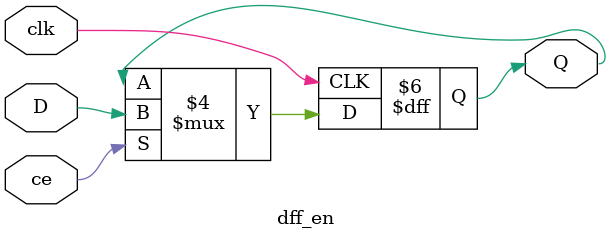
<source format=v>
module pup_reset(clk, reset_n);
	input clk;
	output reset_n;

	localparam reset_counter_size = 6;
	reg [(reset_counter_size-1):0] reset_reg = 0;

	always @(posedge clk)
		reset_reg <= reset_reg + { {(reset_counter_size-1) {1'b0}}, !reset_n};

	assign reset_n = &reset_reg;
endmodule


/*
 * Generate Power-on-Reset
 */
module pon_reset(clk, reset_n);
	input clk;
	output reset_n;

	reg [9:0] por_counter = 1023;
	always @(posedge clk) begin
		if (por_counter)
			por_counter <= por_counter-1;
	end

	assign reset_n = (por_counter == 0);
endmodule

// https://www.fpga4student.com/2017/04/simple-debouncing-verilog-code-for.html
// Verilog code for button debouncing on FPGA
// debouncing module without creating another clock domain
// by using clock enable signal
module debouncer(input clk, input btn, output state);
	wire slow_clk_en;
	wire Q0, Q1, Q2, Q2_bar;

	clock_enable u1(.clk(clk), .slow_clk_en(slow_clk_en));

	dff_en d0(.clk(clk), .ce(slow_clk_en), .D(btn), .Q(Q0));
	dff_en d1(.clk(clk), .ce(slow_clk_en), .D(Q0), .Q(Q1));
	dff_en d2(.clk(clk), .ce(slow_clk_en), .D(Q1), .Q(Q2));

	assign Q2_bar = ~Q2;
	assign state = Q1 & Q2_bar;
endmodule

// Slow clock enable for debouncing button
module clock_enable(input clk, output slow_clk_en);
    reg [26:0]counter = 0;

    always @(posedge clk)
    begin
       counter <= (counter >= 249999) ? 0 : counter+1;
    end
    assign slow_clk_en = (counter == 249999) ? 1'b1 : 1'b0;
endmodule

// D-flip-flop with clock enable signal for debouncing module
module dff_en(input clk, input ce, input D, output reg Q=0);

	always @ (posedge clk) begin
	if(ce == 1)
		Q <= D;
	end
endmodule

</source>
